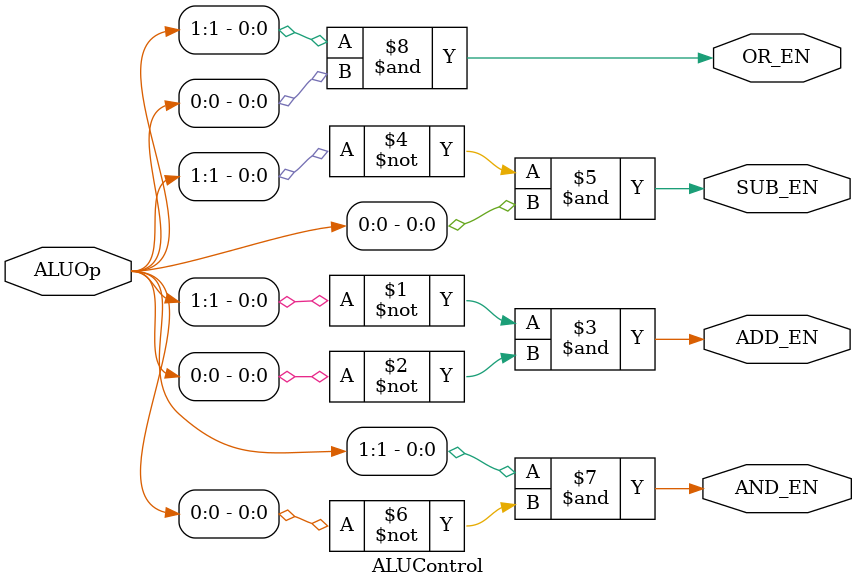
<source format=v>

`timescale 1ns / 1ps

module ALUControl (
    input wire [1:0] ALUOp,
    output wire ADD_EN,
    output wire SUB_EN,
    output wire AND_EN,
    output wire OR_EN
);

assign ADD_EN = ~ALUOp[1] & ~ALUOp[0];
assign SUB_EN = ~ALUOp[1] & ALUOp[0];
assign AND_EN = ALUOp[1] & ~ALUOp[0];
assign OR_EN  = ALUOp[1] & ALUOp[0];

endmodule
</source>
